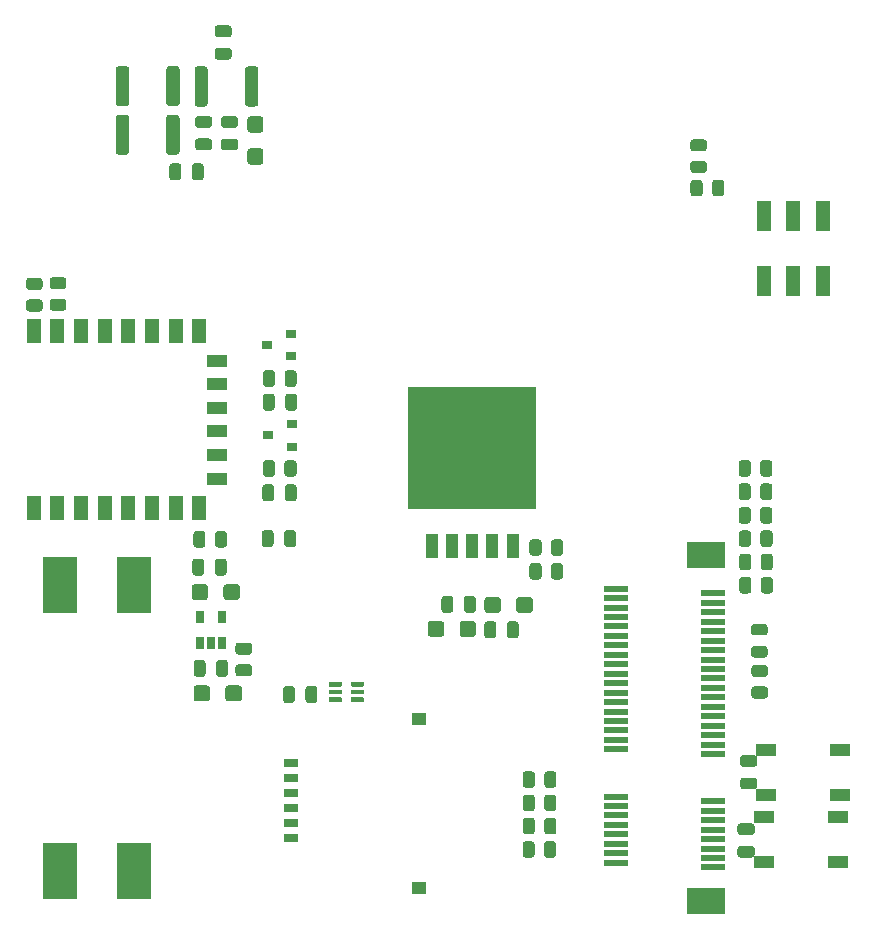
<source format=gbr>
%TF.GenerationSoftware,KiCad,Pcbnew,(5.1.9)-1*%
%TF.CreationDate,2021-11-29T10:56:02+07:00*%
%TF.ProjectId,Hackathon_PCB,4861636b-6174-4686-9f6e-5f5043422e6b,rev?*%
%TF.SameCoordinates,Original*%
%TF.FileFunction,Paste,Top*%
%TF.FilePolarity,Positive*%
%FSLAX46Y46*%
G04 Gerber Fmt 4.6, Leading zero omitted, Abs format (unit mm)*
G04 Created by KiCad (PCBNEW (5.1.9)-1) date 2021-11-29 10:56:02*
%MOMM*%
%LPD*%
G01*
G04 APERTURE LIST*
%ADD10R,3.000000X4.800000*%
%ADD11R,3.200000X2.300000*%
%ADD12R,2.000000X0.600000*%
%ADD13R,0.650000X1.060000*%
%ADD14R,0.900000X0.800000*%
%ADD15R,1.700000X1.000000*%
%ADD16R,1.700000X1.100000*%
%ADD17R,1.200000X2.000000*%
%ADD18R,1.066800X2.159000*%
%ADD19R,10.800000X10.410000*%
%ADD20R,1.250000X0.750000*%
%ADD21R,1.200000X1.000000*%
%ADD22R,1.200000X2.500000*%
G04 APERTURE END LIST*
D10*
%TO.C,J9*%
X78944000Y-106510500D03*
X72644000Y-82310500D03*
X78944000Y-82310500D03*
X72644000Y-106510500D03*
D11*
X127300000Y-109070000D03*
X127300000Y-79770000D03*
D12*
X127900000Y-106220000D03*
X119700000Y-105820000D03*
X127900000Y-105420000D03*
X119700000Y-105020000D03*
X127900000Y-104620000D03*
X119700000Y-104220000D03*
X127900000Y-103820000D03*
X119700000Y-103420000D03*
X127900000Y-103020000D03*
X119700000Y-102620000D03*
X127900000Y-102220000D03*
X119700000Y-101820000D03*
X127900000Y-101420000D03*
X119700000Y-101020000D03*
X127900000Y-100620000D03*
X119700000Y-100220000D03*
X127900000Y-96620000D03*
X119700000Y-96220000D03*
X127900000Y-95820000D03*
X119700000Y-95420000D03*
X127900000Y-95020000D03*
X119700000Y-94620000D03*
X127900000Y-94220000D03*
X119700000Y-93820000D03*
X127900000Y-93420000D03*
X119700000Y-93020000D03*
X127900000Y-92620000D03*
X119700000Y-92220000D03*
X127900000Y-91820000D03*
X119700000Y-91420000D03*
X127900000Y-91020000D03*
X119700000Y-90620000D03*
X127900000Y-90220000D03*
X119700000Y-89820000D03*
X127900000Y-89420000D03*
X119700000Y-89020000D03*
X127900000Y-88620000D03*
X119700000Y-88220000D03*
X127900000Y-87820000D03*
X119700000Y-87420000D03*
X127900000Y-87020000D03*
X119700000Y-86620000D03*
X127900000Y-86220000D03*
X119700000Y-85820000D03*
X127900000Y-85420000D03*
X119700000Y-85020000D03*
X127900000Y-84620000D03*
X119700000Y-84220000D03*
X127900000Y-83820000D03*
X119700000Y-83420000D03*
X127900000Y-83020000D03*
X119700000Y-82620000D03*
%TD*%
%TO.C,C1*%
G36*
G01*
X89820000Y-67295000D02*
X89820000Y-66345000D01*
G75*
G02*
X90070000Y-66095000I250000J0D01*
G01*
X90570000Y-66095000D01*
G75*
G02*
X90820000Y-66345000I0J-250000D01*
G01*
X90820000Y-67295000D01*
G75*
G02*
X90570000Y-67545000I-250000J0D01*
G01*
X90070000Y-67545000D01*
G75*
G02*
X89820000Y-67295000I0J250000D01*
G01*
G37*
G36*
G01*
X91720000Y-67295000D02*
X91720000Y-66345000D01*
G75*
G02*
X91970000Y-66095000I250000J0D01*
G01*
X92470000Y-66095000D01*
G75*
G02*
X92720000Y-66345000I0J-250000D01*
G01*
X92720000Y-67295000D01*
G75*
G02*
X92470000Y-67545000I-250000J0D01*
G01*
X91970000Y-67545000D01*
G75*
G02*
X91720000Y-67295000I0J250000D01*
G01*
G37*
%TD*%
%TO.C,C2*%
G36*
G01*
X89730000Y-78855000D02*
X89730000Y-77905000D01*
G75*
G02*
X89980000Y-77655000I250000J0D01*
G01*
X90480000Y-77655000D01*
G75*
G02*
X90730000Y-77905000I0J-250000D01*
G01*
X90730000Y-78855000D01*
G75*
G02*
X90480000Y-79105000I-250000J0D01*
G01*
X89980000Y-79105000D01*
G75*
G02*
X89730000Y-78855000I0J250000D01*
G01*
G37*
G36*
G01*
X91630000Y-78855000D02*
X91630000Y-77905000D01*
G75*
G02*
X91880000Y-77655000I250000J0D01*
G01*
X92380000Y-77655000D01*
G75*
G02*
X92630000Y-77905000I0J-250000D01*
G01*
X92630000Y-78855000D01*
G75*
G02*
X92380000Y-79105000I-250000J0D01*
G01*
X91880000Y-79105000D01*
G75*
G02*
X91630000Y-78855000I0J250000D01*
G01*
G37*
%TD*%
%TO.C,C3*%
G36*
G01*
X83950000Y-91915001D02*
X83950000Y-91064999D01*
G75*
G02*
X84199999Y-90815000I249999J0D01*
G01*
X85100001Y-90815000D01*
G75*
G02*
X85350000Y-91064999I0J-249999D01*
G01*
X85350000Y-91915001D01*
G75*
G02*
X85100001Y-92165000I-249999J0D01*
G01*
X84199999Y-92165000D01*
G75*
G02*
X83950000Y-91915001I0J249999D01*
G01*
G37*
G36*
G01*
X86650000Y-91915001D02*
X86650000Y-91064999D01*
G75*
G02*
X86899999Y-90815000I249999J0D01*
G01*
X87800001Y-90815000D01*
G75*
G02*
X88050000Y-91064999I0J-249999D01*
G01*
X88050000Y-91915001D01*
G75*
G02*
X87800001Y-92165000I-249999J0D01*
G01*
X86899999Y-92165000D01*
G75*
G02*
X86650000Y-91915001I0J249999D01*
G01*
G37*
%TD*%
%TO.C,C4*%
G36*
G01*
X85870000Y-89845000D02*
X85870000Y-88895000D01*
G75*
G02*
X86120000Y-88645000I250000J0D01*
G01*
X86620000Y-88645000D01*
G75*
G02*
X86870000Y-88895000I0J-250000D01*
G01*
X86870000Y-89845000D01*
G75*
G02*
X86620000Y-90095000I-250000J0D01*
G01*
X86120000Y-90095000D01*
G75*
G02*
X85870000Y-89845000I0J250000D01*
G01*
G37*
G36*
G01*
X83970000Y-89845000D02*
X83970000Y-88895000D01*
G75*
G02*
X84220000Y-88645000I250000J0D01*
G01*
X84720000Y-88645000D01*
G75*
G02*
X84970000Y-88895000I0J-250000D01*
G01*
X84970000Y-89845000D01*
G75*
G02*
X84720000Y-90095000I-250000J0D01*
G01*
X84220000Y-90095000D01*
G75*
G02*
X83970000Y-89845000I0J250000D01*
G01*
G37*
%TD*%
%TO.C,C5*%
G36*
G01*
X130255000Y-102490000D02*
X131205000Y-102490000D01*
G75*
G02*
X131455000Y-102740000I0J-250000D01*
G01*
X131455000Y-103240000D01*
G75*
G02*
X131205000Y-103490000I-250000J0D01*
G01*
X130255000Y-103490000D01*
G75*
G02*
X130005000Y-103240000I0J250000D01*
G01*
X130005000Y-102740000D01*
G75*
G02*
X130255000Y-102490000I250000J0D01*
G01*
G37*
G36*
G01*
X130255000Y-104390000D02*
X131205000Y-104390000D01*
G75*
G02*
X131455000Y-104640000I0J-250000D01*
G01*
X131455000Y-105140000D01*
G75*
G02*
X131205000Y-105390000I-250000J0D01*
G01*
X130255000Y-105390000D01*
G75*
G02*
X130005000Y-105140000I0J250000D01*
G01*
X130005000Y-104640000D01*
G75*
G02*
X130255000Y-104390000I250000J0D01*
G01*
G37*
%TD*%
%TO.C,C6*%
G36*
G01*
X130475000Y-98610000D02*
X131425000Y-98610000D01*
G75*
G02*
X131675000Y-98860000I0J-250000D01*
G01*
X131675000Y-99360000D01*
G75*
G02*
X131425000Y-99610000I-250000J0D01*
G01*
X130475000Y-99610000D01*
G75*
G02*
X130225000Y-99360000I0J250000D01*
G01*
X130225000Y-98860000D01*
G75*
G02*
X130475000Y-98610000I250000J0D01*
G01*
G37*
G36*
G01*
X130475000Y-96710000D02*
X131425000Y-96710000D01*
G75*
G02*
X131675000Y-96960000I0J-250000D01*
G01*
X131675000Y-97460000D01*
G75*
G02*
X131425000Y-97710000I-250000J0D01*
G01*
X130475000Y-97710000D01*
G75*
G02*
X130225000Y-97460000I0J250000D01*
G01*
X130225000Y-96960000D01*
G75*
G02*
X130475000Y-96710000I250000J0D01*
G01*
G37*
%TD*%
%TO.C,C7*%
G36*
G01*
X83780000Y-83335001D02*
X83780000Y-82484999D01*
G75*
G02*
X84029999Y-82235000I249999J0D01*
G01*
X84930001Y-82235000D01*
G75*
G02*
X85180000Y-82484999I0J-249999D01*
G01*
X85180000Y-83335001D01*
G75*
G02*
X84930001Y-83585000I-249999J0D01*
G01*
X84029999Y-83585000D01*
G75*
G02*
X83780000Y-83335001I0J249999D01*
G01*
G37*
G36*
G01*
X86480000Y-83335001D02*
X86480000Y-82484999D01*
G75*
G02*
X86729999Y-82235000I249999J0D01*
G01*
X87630001Y-82235000D01*
G75*
G02*
X87880000Y-82484999I0J-249999D01*
G01*
X87880000Y-83335001D01*
G75*
G02*
X87630001Y-83585000I-249999J0D01*
G01*
X86729999Y-83585000D01*
G75*
G02*
X86480000Y-83335001I0J249999D01*
G01*
G37*
%TD*%
%TO.C,C8*%
G36*
G01*
X83850000Y-81265000D02*
X83850000Y-80315000D01*
G75*
G02*
X84100000Y-80065000I250000J0D01*
G01*
X84600000Y-80065000D01*
G75*
G02*
X84850000Y-80315000I0J-250000D01*
G01*
X84850000Y-81265000D01*
G75*
G02*
X84600000Y-81515000I-250000J0D01*
G01*
X84100000Y-81515000D01*
G75*
G02*
X83850000Y-81265000I0J250000D01*
G01*
G37*
G36*
G01*
X85750000Y-81265000D02*
X85750000Y-80315000D01*
G75*
G02*
X86000000Y-80065000I250000J0D01*
G01*
X86500000Y-80065000D01*
G75*
G02*
X86750000Y-80315000I0J-250000D01*
G01*
X86750000Y-81265000D01*
G75*
G02*
X86500000Y-81515000I-250000J0D01*
G01*
X86000000Y-81515000D01*
G75*
G02*
X85750000Y-81265000I0J250000D01*
G01*
G37*
%TD*%
%TO.C,C9*%
G36*
G01*
X91680000Y-74985000D02*
X91680000Y-74035000D01*
G75*
G02*
X91930000Y-73785000I250000J0D01*
G01*
X92430000Y-73785000D01*
G75*
G02*
X92680000Y-74035000I0J-250000D01*
G01*
X92680000Y-74985000D01*
G75*
G02*
X92430000Y-75235000I-250000J0D01*
G01*
X91930000Y-75235000D01*
G75*
G02*
X91680000Y-74985000I0J250000D01*
G01*
G37*
G36*
G01*
X89780000Y-74985000D02*
X89780000Y-74035000D01*
G75*
G02*
X90030000Y-73785000I250000J0D01*
G01*
X90530000Y-73785000D01*
G75*
G02*
X90780000Y-74035000I0J-250000D01*
G01*
X90780000Y-74985000D01*
G75*
G02*
X90530000Y-75235000I-250000J0D01*
G01*
X90030000Y-75235000D01*
G75*
G02*
X89780000Y-74985000I0J250000D01*
G01*
G37*
%TD*%
%TO.C,C10*%
G36*
G01*
X83810000Y-47795000D02*
X83810000Y-46845000D01*
G75*
G02*
X84060000Y-46595000I250000J0D01*
G01*
X84560000Y-46595000D01*
G75*
G02*
X84810000Y-46845000I0J-250000D01*
G01*
X84810000Y-47795000D01*
G75*
G02*
X84560000Y-48045000I-250000J0D01*
G01*
X84060000Y-48045000D01*
G75*
G02*
X83810000Y-47795000I0J250000D01*
G01*
G37*
G36*
G01*
X81910000Y-47795000D02*
X81910000Y-46845000D01*
G75*
G02*
X82160000Y-46595000I250000J0D01*
G01*
X82660000Y-46595000D01*
G75*
G02*
X82910000Y-46845000I0J-250000D01*
G01*
X82910000Y-47795000D01*
G75*
G02*
X82660000Y-48045000I-250000J0D01*
G01*
X82160000Y-48045000D01*
G75*
G02*
X81910000Y-47795000I0J250000D01*
G01*
G37*
%TD*%
%TO.C,C11*%
G36*
G01*
X86935000Y-37830000D02*
X85985000Y-37830000D01*
G75*
G02*
X85735000Y-37580000I0J250000D01*
G01*
X85735000Y-37080000D01*
G75*
G02*
X85985000Y-36830000I250000J0D01*
G01*
X86935000Y-36830000D01*
G75*
G02*
X87185000Y-37080000I0J-250000D01*
G01*
X87185000Y-37580000D01*
G75*
G02*
X86935000Y-37830000I-250000J0D01*
G01*
G37*
G36*
G01*
X86935000Y-35930000D02*
X85985000Y-35930000D01*
G75*
G02*
X85735000Y-35680000I0J250000D01*
G01*
X85735000Y-35180000D01*
G75*
G02*
X85985000Y-34930000I250000J0D01*
G01*
X86935000Y-34930000D01*
G75*
G02*
X87185000Y-35180000I0J-250000D01*
G01*
X87185000Y-35680000D01*
G75*
G02*
X86935000Y-35930000I-250000J0D01*
G01*
G37*
%TD*%
%TO.C,C12*%
G36*
G01*
X88764999Y-45320000D02*
X89615001Y-45320000D01*
G75*
G02*
X89865000Y-45569999I0J-249999D01*
G01*
X89865000Y-46470001D01*
G75*
G02*
X89615001Y-46720000I-249999J0D01*
G01*
X88764999Y-46720000D01*
G75*
G02*
X88515000Y-46470001I0J249999D01*
G01*
X88515000Y-45569999D01*
G75*
G02*
X88764999Y-45320000I249999J0D01*
G01*
G37*
G36*
G01*
X88764999Y-42620000D02*
X89615001Y-42620000D01*
G75*
G02*
X89865000Y-42869999I0J-249999D01*
G01*
X89865000Y-43770001D01*
G75*
G02*
X89615001Y-44020000I-249999J0D01*
G01*
X88764999Y-44020000D01*
G75*
G02*
X88515000Y-43770001I0J249999D01*
G01*
X88515000Y-42869999D01*
G75*
G02*
X88764999Y-42620000I249999J0D01*
G01*
G37*
%TD*%
%TO.C,C13*%
G36*
G01*
X86525000Y-44510000D02*
X87475000Y-44510000D01*
G75*
G02*
X87725000Y-44760000I0J-250000D01*
G01*
X87725000Y-45260000D01*
G75*
G02*
X87475000Y-45510000I-250000J0D01*
G01*
X86525000Y-45510000D01*
G75*
G02*
X86275000Y-45260000I0J250000D01*
G01*
X86275000Y-44760000D01*
G75*
G02*
X86525000Y-44510000I250000J0D01*
G01*
G37*
G36*
G01*
X86525000Y-42610000D02*
X87475000Y-42610000D01*
G75*
G02*
X87725000Y-42860000I0J-250000D01*
G01*
X87725000Y-43360000D01*
G75*
G02*
X87475000Y-43610000I-250000J0D01*
G01*
X86525000Y-43610000D01*
G75*
G02*
X86275000Y-43360000I0J250000D01*
G01*
X86275000Y-42860000D01*
G75*
G02*
X86525000Y-42610000I250000J0D01*
G01*
G37*
%TD*%
%TO.C,C14*%
G36*
G01*
X84325000Y-42600000D02*
X85275000Y-42600000D01*
G75*
G02*
X85525000Y-42850000I0J-250000D01*
G01*
X85525000Y-43350000D01*
G75*
G02*
X85275000Y-43600000I-250000J0D01*
G01*
X84325000Y-43600000D01*
G75*
G02*
X84075000Y-43350000I0J250000D01*
G01*
X84075000Y-42850000D01*
G75*
G02*
X84325000Y-42600000I250000J0D01*
G01*
G37*
G36*
G01*
X84325000Y-44500000D02*
X85275000Y-44500000D01*
G75*
G02*
X85525000Y-44750000I0J-250000D01*
G01*
X85525000Y-45250000D01*
G75*
G02*
X85275000Y-45500000I-250000J0D01*
G01*
X84325000Y-45500000D01*
G75*
G02*
X84075000Y-45250000I0J250000D01*
G01*
X84075000Y-44750000D01*
G75*
G02*
X84325000Y-44500000I250000J0D01*
G01*
G37*
%TD*%
%TO.C,F1*%
G36*
G01*
X77372500Y-41520002D02*
X77372500Y-38619998D01*
G75*
G02*
X77622498Y-38370000I249998J0D01*
G01*
X78247502Y-38370000D01*
G75*
G02*
X78497500Y-38619998I0J-249998D01*
G01*
X78497500Y-41520002D01*
G75*
G02*
X78247502Y-41770000I-249998J0D01*
G01*
X77622498Y-41770000D01*
G75*
G02*
X77372500Y-41520002I0J249998D01*
G01*
G37*
G36*
G01*
X81647500Y-41520002D02*
X81647500Y-38619998D01*
G75*
G02*
X81897498Y-38370000I249998J0D01*
G01*
X82522502Y-38370000D01*
G75*
G02*
X82772500Y-38619998I0J-249998D01*
G01*
X82772500Y-41520002D01*
G75*
G02*
X82522502Y-41770000I-249998J0D01*
G01*
X81897498Y-41770000D01*
G75*
G02*
X81647500Y-41520002I0J249998D01*
G01*
G37*
%TD*%
%TO.C,F2*%
G36*
G01*
X81637500Y-45640002D02*
X81637500Y-42739998D01*
G75*
G02*
X81887498Y-42490000I249998J0D01*
G01*
X82512502Y-42490000D01*
G75*
G02*
X82762500Y-42739998I0J-249998D01*
G01*
X82762500Y-45640002D01*
G75*
G02*
X82512502Y-45890000I-249998J0D01*
G01*
X81887498Y-45890000D01*
G75*
G02*
X81637500Y-45640002I0J249998D01*
G01*
G37*
G36*
G01*
X77362500Y-45640002D02*
X77362500Y-42739998D01*
G75*
G02*
X77612498Y-42490000I249998J0D01*
G01*
X78237502Y-42490000D01*
G75*
G02*
X78487500Y-42739998I0J-249998D01*
G01*
X78487500Y-45640002D01*
G75*
G02*
X78237502Y-45890000I-249998J0D01*
G01*
X77612498Y-45890000D01*
G75*
G02*
X77362500Y-45640002I0J249998D01*
G01*
G37*
%TD*%
%TO.C,F3*%
G36*
G01*
X84032500Y-41550002D02*
X84032500Y-38649998D01*
G75*
G02*
X84282498Y-38400000I249998J0D01*
G01*
X84907502Y-38400000D01*
G75*
G02*
X85157500Y-38649998I0J-249998D01*
G01*
X85157500Y-41550002D01*
G75*
G02*
X84907502Y-41800000I-249998J0D01*
G01*
X84282498Y-41800000D01*
G75*
G02*
X84032500Y-41550002I0J249998D01*
G01*
G37*
G36*
G01*
X88307500Y-41550002D02*
X88307500Y-38649998D01*
G75*
G02*
X88557498Y-38400000I249998J0D01*
G01*
X89182502Y-38400000D01*
G75*
G02*
X89432500Y-38649998I0J-249998D01*
G01*
X89432500Y-41550002D01*
G75*
G02*
X89182502Y-41800000I-249998J0D01*
G01*
X88557498Y-41800000D01*
G75*
G02*
X88307500Y-41550002I0J249998D01*
G01*
G37*
%TD*%
D13*
%TO.C,IC1*%
X84490000Y-87220000D03*
X85440000Y-87220000D03*
X86390000Y-87220000D03*
X86390000Y-85020000D03*
X84490000Y-85020000D03*
%TD*%
D14*
%TO.C,Q1*%
X90260000Y-69640000D03*
X92260000Y-68690000D03*
X92260000Y-70590000D03*
%TD*%
%TO.C,Q2*%
X92210000Y-62940000D03*
X92210000Y-61040000D03*
X90210000Y-61990000D03*
%TD*%
%TO.C,R1*%
G36*
G01*
X91650000Y-72900002D02*
X91650000Y-71999998D01*
G75*
G02*
X91899998Y-71750000I249998J0D01*
G01*
X92425002Y-71750000D01*
G75*
G02*
X92675000Y-71999998I0J-249998D01*
G01*
X92675000Y-72900002D01*
G75*
G02*
X92425002Y-73150000I-249998J0D01*
G01*
X91899998Y-73150000D01*
G75*
G02*
X91650000Y-72900002I0J249998D01*
G01*
G37*
G36*
G01*
X89825000Y-72900002D02*
X89825000Y-71999998D01*
G75*
G02*
X90074998Y-71750000I249998J0D01*
G01*
X90600002Y-71750000D01*
G75*
G02*
X90850000Y-71999998I0J-249998D01*
G01*
X90850000Y-72900002D01*
G75*
G02*
X90600002Y-73150000I-249998J0D01*
G01*
X90074998Y-73150000D01*
G75*
G02*
X89825000Y-72900002I0J249998D01*
G01*
G37*
%TD*%
%TO.C,R2*%
G36*
G01*
X89832500Y-65280002D02*
X89832500Y-64379998D01*
G75*
G02*
X90082498Y-64130000I249998J0D01*
G01*
X90607502Y-64130000D01*
G75*
G02*
X90857500Y-64379998I0J-249998D01*
G01*
X90857500Y-65280002D01*
G75*
G02*
X90607502Y-65530000I-249998J0D01*
G01*
X90082498Y-65530000D01*
G75*
G02*
X89832500Y-65280002I0J249998D01*
G01*
G37*
G36*
G01*
X91657500Y-65280002D02*
X91657500Y-64379998D01*
G75*
G02*
X91907498Y-64130000I249998J0D01*
G01*
X92432502Y-64130000D01*
G75*
G02*
X92682500Y-64379998I0J-249998D01*
G01*
X92682500Y-65280002D01*
G75*
G02*
X92432502Y-65530000I-249998J0D01*
G01*
X91907498Y-65530000D01*
G75*
G02*
X91657500Y-65280002I0J249998D01*
G01*
G37*
%TD*%
%TO.C,R3*%
G36*
G01*
X86787500Y-77989998D02*
X86787500Y-78890002D01*
G75*
G02*
X86537502Y-79140000I-249998J0D01*
G01*
X86012498Y-79140000D01*
G75*
G02*
X85762500Y-78890002I0J249998D01*
G01*
X85762500Y-77989998D01*
G75*
G02*
X86012498Y-77740000I249998J0D01*
G01*
X86537502Y-77740000D01*
G75*
G02*
X86787500Y-77989998I0J-249998D01*
G01*
G37*
G36*
G01*
X84962500Y-77989998D02*
X84962500Y-78890002D01*
G75*
G02*
X84712502Y-79140000I-249998J0D01*
G01*
X84187498Y-79140000D01*
G75*
G02*
X83937500Y-78890002I0J249998D01*
G01*
X83937500Y-77989998D01*
G75*
G02*
X84187498Y-77740000I249998J0D01*
G01*
X84712502Y-77740000D01*
G75*
G02*
X84962500Y-77989998I0J-249998D01*
G01*
G37*
%TD*%
%TO.C,R4*%
G36*
G01*
X87749998Y-89017500D02*
X88650002Y-89017500D01*
G75*
G02*
X88900000Y-89267498I0J-249998D01*
G01*
X88900000Y-89792502D01*
G75*
G02*
X88650002Y-90042500I-249998J0D01*
G01*
X87749998Y-90042500D01*
G75*
G02*
X87500000Y-89792502I0J249998D01*
G01*
X87500000Y-89267498D01*
G75*
G02*
X87749998Y-89017500I249998J0D01*
G01*
G37*
G36*
G01*
X87749998Y-87192500D02*
X88650002Y-87192500D01*
G75*
G02*
X88900000Y-87442498I0J-249998D01*
G01*
X88900000Y-87967502D01*
G75*
G02*
X88650002Y-88217500I-249998J0D01*
G01*
X87749998Y-88217500D01*
G75*
G02*
X87500000Y-87967502I0J249998D01*
G01*
X87500000Y-87442498D01*
G75*
G02*
X87749998Y-87192500I249998J0D01*
G01*
G37*
%TD*%
%TO.C,R5*%
G36*
G01*
X70920002Y-57327500D02*
X70019998Y-57327500D01*
G75*
G02*
X69770000Y-57077502I0J249998D01*
G01*
X69770000Y-56552498D01*
G75*
G02*
X70019998Y-56302500I249998J0D01*
G01*
X70920002Y-56302500D01*
G75*
G02*
X71170000Y-56552498I0J-249998D01*
G01*
X71170000Y-57077502D01*
G75*
G02*
X70920002Y-57327500I-249998J0D01*
G01*
G37*
G36*
G01*
X70920002Y-59152500D02*
X70019998Y-59152500D01*
G75*
G02*
X69770000Y-58902502I0J249998D01*
G01*
X69770000Y-58377498D01*
G75*
G02*
X70019998Y-58127500I249998J0D01*
G01*
X70920002Y-58127500D01*
G75*
G02*
X71170000Y-58377498I0J-249998D01*
G01*
X71170000Y-58902502D01*
G75*
G02*
X70920002Y-59152500I-249998J0D01*
G01*
G37*
%TD*%
%TO.C,R6*%
G36*
G01*
X72019998Y-56237500D02*
X72920002Y-56237500D01*
G75*
G02*
X73170000Y-56487498I0J-249998D01*
G01*
X73170000Y-57012502D01*
G75*
G02*
X72920002Y-57262500I-249998J0D01*
G01*
X72019998Y-57262500D01*
G75*
G02*
X71770000Y-57012502I0J249998D01*
G01*
X71770000Y-56487498D01*
G75*
G02*
X72019998Y-56237500I249998J0D01*
G01*
G37*
G36*
G01*
X72019998Y-58062500D02*
X72920002Y-58062500D01*
G75*
G02*
X73170000Y-58312498I0J-249998D01*
G01*
X73170000Y-58837502D01*
G75*
G02*
X72920002Y-59087500I-249998J0D01*
G01*
X72019998Y-59087500D01*
G75*
G02*
X71770000Y-58837502I0J249998D01*
G01*
X71770000Y-58312498D01*
G75*
G02*
X72019998Y-58062500I249998J0D01*
G01*
G37*
%TD*%
D15*
%TO.C,S1*%
X132250000Y-101990000D03*
X138550000Y-101990000D03*
X138550000Y-105790000D03*
X132250000Y-105790000D03*
%TD*%
%TO.C,S2*%
X132400000Y-100120000D03*
X138700000Y-100120000D03*
X138700000Y-96320000D03*
X132400000Y-96320000D03*
%TD*%
D16*
%TO.C,U1*%
X85930000Y-63310000D03*
X85930000Y-65310000D03*
X85930000Y-67310000D03*
X85930000Y-69310000D03*
X85930000Y-71310000D03*
X85930000Y-73310000D03*
D17*
X70430000Y-60810000D03*
X72430000Y-60810000D03*
X74430000Y-60810000D03*
X76430000Y-60810000D03*
X78430000Y-60810000D03*
X80430000Y-60810000D03*
X82430000Y-60810000D03*
X84430000Y-60810000D03*
X84430000Y-75810000D03*
X82430000Y-75810000D03*
X80430000Y-75810000D03*
X78430000Y-75810000D03*
X76430000Y-75810000D03*
X74430000Y-75810000D03*
X72430000Y-75810000D03*
X70430000Y-75810000D03*
%TD*%
%TO.C,C15*%
G36*
G01*
X94420000Y-91105000D02*
X94420000Y-92055000D01*
G75*
G02*
X94170000Y-92305000I-250000J0D01*
G01*
X93670000Y-92305000D01*
G75*
G02*
X93420000Y-92055000I0J250000D01*
G01*
X93420000Y-91105000D01*
G75*
G02*
X93670000Y-90855000I250000J0D01*
G01*
X94170000Y-90855000D01*
G75*
G02*
X94420000Y-91105000I0J-250000D01*
G01*
G37*
G36*
G01*
X92520000Y-91105000D02*
X92520000Y-92055000D01*
G75*
G02*
X92270000Y-92305000I-250000J0D01*
G01*
X91770000Y-92305000D01*
G75*
G02*
X91520000Y-92055000I0J250000D01*
G01*
X91520000Y-91105000D01*
G75*
G02*
X91770000Y-90855000I250000J0D01*
G01*
X92270000Y-90855000D01*
G75*
G02*
X92520000Y-91105000I0J-250000D01*
G01*
G37*
%TD*%
%TO.C,C16*%
G36*
G01*
X103770000Y-86455001D02*
X103770000Y-85604999D01*
G75*
G02*
X104019999Y-85355000I249999J0D01*
G01*
X104920001Y-85355000D01*
G75*
G02*
X105170000Y-85604999I0J-249999D01*
G01*
X105170000Y-86455001D01*
G75*
G02*
X104920001Y-86705000I-249999J0D01*
G01*
X104019999Y-86705000D01*
G75*
G02*
X103770000Y-86455001I0J249999D01*
G01*
G37*
G36*
G01*
X106470000Y-86455001D02*
X106470000Y-85604999D01*
G75*
G02*
X106719999Y-85355000I249999J0D01*
G01*
X107620001Y-85355000D01*
G75*
G02*
X107870000Y-85604999I0J-249999D01*
G01*
X107870000Y-86455001D01*
G75*
G02*
X107620001Y-86705000I-249999J0D01*
G01*
X106719999Y-86705000D01*
G75*
G02*
X106470000Y-86455001I0J249999D01*
G01*
G37*
%TD*%
%TO.C,C17*%
G36*
G01*
X106840000Y-84425000D02*
X106840000Y-83475000D01*
G75*
G02*
X107090000Y-83225000I250000J0D01*
G01*
X107590000Y-83225000D01*
G75*
G02*
X107840000Y-83475000I0J-250000D01*
G01*
X107840000Y-84425000D01*
G75*
G02*
X107590000Y-84675000I-250000J0D01*
G01*
X107090000Y-84675000D01*
G75*
G02*
X106840000Y-84425000I0J250000D01*
G01*
G37*
G36*
G01*
X104940000Y-84425000D02*
X104940000Y-83475000D01*
G75*
G02*
X105190000Y-83225000I250000J0D01*
G01*
X105690000Y-83225000D01*
G75*
G02*
X105940000Y-83475000I0J-250000D01*
G01*
X105940000Y-84425000D01*
G75*
G02*
X105690000Y-84675000I-250000J0D01*
G01*
X105190000Y-84675000D01*
G75*
G02*
X104940000Y-84425000I0J250000D01*
G01*
G37*
%TD*%
%TO.C,C18*%
G36*
G01*
X111270000Y-84425001D02*
X111270000Y-83574999D01*
G75*
G02*
X111519999Y-83325000I249999J0D01*
G01*
X112420001Y-83325000D01*
G75*
G02*
X112670000Y-83574999I0J-249999D01*
G01*
X112670000Y-84425001D01*
G75*
G02*
X112420001Y-84675000I-249999J0D01*
G01*
X111519999Y-84675000D01*
G75*
G02*
X111270000Y-84425001I0J249999D01*
G01*
G37*
G36*
G01*
X108570000Y-84425001D02*
X108570000Y-83574999D01*
G75*
G02*
X108819999Y-83325000I249999J0D01*
G01*
X109720001Y-83325000D01*
G75*
G02*
X109970000Y-83574999I0J-249999D01*
G01*
X109970000Y-84425001D01*
G75*
G02*
X109720001Y-84675000I-249999J0D01*
G01*
X108819999Y-84675000D01*
G75*
G02*
X108570000Y-84425001I0J249999D01*
G01*
G37*
%TD*%
%TO.C,C19*%
G36*
G01*
X108580000Y-86575000D02*
X108580000Y-85625000D01*
G75*
G02*
X108830000Y-85375000I250000J0D01*
G01*
X109330000Y-85375000D01*
G75*
G02*
X109580000Y-85625000I0J-250000D01*
G01*
X109580000Y-86575000D01*
G75*
G02*
X109330000Y-86825000I-250000J0D01*
G01*
X108830000Y-86825000D01*
G75*
G02*
X108580000Y-86575000I0J250000D01*
G01*
G37*
G36*
G01*
X110480000Y-86575000D02*
X110480000Y-85625000D01*
G75*
G02*
X110730000Y-85375000I250000J0D01*
G01*
X111230000Y-85375000D01*
G75*
G02*
X111480000Y-85625000I0J-250000D01*
G01*
X111480000Y-86575000D01*
G75*
G02*
X111230000Y-86825000I-250000J0D01*
G01*
X110730000Y-86825000D01*
G75*
G02*
X110480000Y-86575000I0J250000D01*
G01*
G37*
%TD*%
%TO.C,D1*%
G36*
G01*
X131393750Y-85607500D02*
X132306250Y-85607500D01*
G75*
G02*
X132550000Y-85851250I0J-243750D01*
G01*
X132550000Y-86338750D01*
G75*
G02*
X132306250Y-86582500I-243750J0D01*
G01*
X131393750Y-86582500D01*
G75*
G02*
X131150000Y-86338750I0J243750D01*
G01*
X131150000Y-85851250D01*
G75*
G02*
X131393750Y-85607500I243750J0D01*
G01*
G37*
G36*
G01*
X131393750Y-87482500D02*
X132306250Y-87482500D01*
G75*
G02*
X132550000Y-87726250I0J-243750D01*
G01*
X132550000Y-88213750D01*
G75*
G02*
X132306250Y-88457500I-243750J0D01*
G01*
X131393750Y-88457500D01*
G75*
G02*
X131150000Y-88213750I0J243750D01*
G01*
X131150000Y-87726250D01*
G75*
G02*
X131393750Y-87482500I243750J0D01*
G01*
G37*
%TD*%
D18*
%TO.C,IC2*%
X110963600Y-79041200D03*
X109261800Y-79041200D03*
X107560000Y-79041200D03*
X105858200Y-79041200D03*
X104156400Y-79041200D03*
D19*
X107560000Y-70710000D03*
%TD*%
D20*
%TO.C,J10*%
X92190000Y-102440000D03*
X92190000Y-99900000D03*
X92190000Y-97360000D03*
X92190000Y-103710000D03*
X92190000Y-101170000D03*
X92190000Y-98630000D03*
D21*
X103015000Y-107940000D03*
X103015000Y-93640000D03*
%TD*%
%TO.C,R7*%
G36*
G01*
X130102500Y-74860002D02*
X130102500Y-73959998D01*
G75*
G02*
X130352498Y-73710000I249998J0D01*
G01*
X130877502Y-73710000D01*
G75*
G02*
X131127500Y-73959998I0J-249998D01*
G01*
X131127500Y-74860002D01*
G75*
G02*
X130877502Y-75110000I-249998J0D01*
G01*
X130352498Y-75110000D01*
G75*
G02*
X130102500Y-74860002I0J249998D01*
G01*
G37*
G36*
G01*
X131927500Y-74860002D02*
X131927500Y-73959998D01*
G75*
G02*
X132177498Y-73710000I249998J0D01*
G01*
X132702502Y-73710000D01*
G75*
G02*
X132952500Y-73959998I0J-249998D01*
G01*
X132952500Y-74860002D01*
G75*
G02*
X132702502Y-75110000I-249998J0D01*
G01*
X132177498Y-75110000D01*
G75*
G02*
X131927500Y-74860002I0J249998D01*
G01*
G37*
%TD*%
%TO.C,R8*%
G36*
G01*
X131967500Y-80810002D02*
X131967500Y-79909998D01*
G75*
G02*
X132217498Y-79660000I249998J0D01*
G01*
X132742502Y-79660000D01*
G75*
G02*
X132992500Y-79909998I0J-249998D01*
G01*
X132992500Y-80810002D01*
G75*
G02*
X132742502Y-81060000I-249998J0D01*
G01*
X132217498Y-81060000D01*
G75*
G02*
X131967500Y-80810002I0J249998D01*
G01*
G37*
G36*
G01*
X130142500Y-80810002D02*
X130142500Y-79909998D01*
G75*
G02*
X130392498Y-79660000I249998J0D01*
G01*
X130917502Y-79660000D01*
G75*
G02*
X131167500Y-79909998I0J-249998D01*
G01*
X131167500Y-80810002D01*
G75*
G02*
X130917502Y-81060000I-249998J0D01*
G01*
X130392498Y-81060000D01*
G75*
G02*
X130142500Y-80810002I0J249998D01*
G01*
G37*
%TD*%
%TO.C,R9*%
G36*
G01*
X130152500Y-82780002D02*
X130152500Y-81879998D01*
G75*
G02*
X130402498Y-81630000I249998J0D01*
G01*
X130927502Y-81630000D01*
G75*
G02*
X131177500Y-81879998I0J-249998D01*
G01*
X131177500Y-82780002D01*
G75*
G02*
X130927502Y-83030000I-249998J0D01*
G01*
X130402498Y-83030000D01*
G75*
G02*
X130152500Y-82780002I0J249998D01*
G01*
G37*
G36*
G01*
X131977500Y-82780002D02*
X131977500Y-81879998D01*
G75*
G02*
X132227498Y-81630000I249998J0D01*
G01*
X132752502Y-81630000D01*
G75*
G02*
X133002500Y-81879998I0J-249998D01*
G01*
X133002500Y-82780002D01*
G75*
G02*
X132752502Y-83030000I-249998J0D01*
G01*
X132227498Y-83030000D01*
G75*
G02*
X131977500Y-82780002I0J249998D01*
G01*
G37*
%TD*%
%TO.C,R10*%
G36*
G01*
X131132500Y-75959998D02*
X131132500Y-76860002D01*
G75*
G02*
X130882502Y-77110000I-249998J0D01*
G01*
X130357498Y-77110000D01*
G75*
G02*
X130107500Y-76860002I0J249998D01*
G01*
X130107500Y-75959998D01*
G75*
G02*
X130357498Y-75710000I249998J0D01*
G01*
X130882502Y-75710000D01*
G75*
G02*
X131132500Y-75959998I0J-249998D01*
G01*
G37*
G36*
G01*
X132957500Y-75959998D02*
X132957500Y-76860002D01*
G75*
G02*
X132707502Y-77110000I-249998J0D01*
G01*
X132182498Y-77110000D01*
G75*
G02*
X131932500Y-76860002I0J249998D01*
G01*
X131932500Y-75959998D01*
G75*
G02*
X132182498Y-75710000I249998J0D01*
G01*
X132707502Y-75710000D01*
G75*
G02*
X132957500Y-75959998I0J-249998D01*
G01*
G37*
%TD*%
%TO.C,R11*%
G36*
G01*
X132972500Y-77939998D02*
X132972500Y-78840002D01*
G75*
G02*
X132722502Y-79090000I-249998J0D01*
G01*
X132197498Y-79090000D01*
G75*
G02*
X131947500Y-78840002I0J249998D01*
G01*
X131947500Y-77939998D01*
G75*
G02*
X132197498Y-77690000I249998J0D01*
G01*
X132722502Y-77690000D01*
G75*
G02*
X132972500Y-77939998I0J-249998D01*
G01*
G37*
G36*
G01*
X131147500Y-77939998D02*
X131147500Y-78840002D01*
G75*
G02*
X130897502Y-79090000I-249998J0D01*
G01*
X130372498Y-79090000D01*
G75*
G02*
X130122500Y-78840002I0J249998D01*
G01*
X130122500Y-77939998D01*
G75*
G02*
X130372498Y-77690000I249998J0D01*
G01*
X130897502Y-77690000D01*
G75*
G02*
X131147500Y-77939998I0J-249998D01*
G01*
G37*
%TD*%
%TO.C,R12*%
G36*
G01*
X131429998Y-90897500D02*
X132330002Y-90897500D01*
G75*
G02*
X132580000Y-91147498I0J-249998D01*
G01*
X132580000Y-91672502D01*
G75*
G02*
X132330002Y-91922500I-249998J0D01*
G01*
X131429998Y-91922500D01*
G75*
G02*
X131180000Y-91672502I0J249998D01*
G01*
X131180000Y-91147498D01*
G75*
G02*
X131429998Y-90897500I249998J0D01*
G01*
G37*
G36*
G01*
X131429998Y-89072500D02*
X132330002Y-89072500D01*
G75*
G02*
X132580000Y-89322498I0J-249998D01*
G01*
X132580000Y-89847502D01*
G75*
G02*
X132330002Y-90097500I-249998J0D01*
G01*
X131429998Y-90097500D01*
G75*
G02*
X131180000Y-89847502I0J249998D01*
G01*
X131180000Y-89322498D01*
G75*
G02*
X131429998Y-89072500I249998J0D01*
G01*
G37*
%TD*%
%TO.C,R13*%
G36*
G01*
X113647500Y-99230002D02*
X113647500Y-98329998D01*
G75*
G02*
X113897498Y-98080000I249998J0D01*
G01*
X114422502Y-98080000D01*
G75*
G02*
X114672500Y-98329998I0J-249998D01*
G01*
X114672500Y-99230002D01*
G75*
G02*
X114422502Y-99480000I-249998J0D01*
G01*
X113897498Y-99480000D01*
G75*
G02*
X113647500Y-99230002I0J249998D01*
G01*
G37*
G36*
G01*
X111822500Y-99230002D02*
X111822500Y-98329998D01*
G75*
G02*
X112072498Y-98080000I249998J0D01*
G01*
X112597502Y-98080000D01*
G75*
G02*
X112847500Y-98329998I0J-249998D01*
G01*
X112847500Y-99230002D01*
G75*
G02*
X112597502Y-99480000I-249998J0D01*
G01*
X112072498Y-99480000D01*
G75*
G02*
X111822500Y-99230002I0J249998D01*
G01*
G37*
%TD*%
%TO.C,R14*%
G36*
G01*
X111822500Y-103170002D02*
X111822500Y-102269998D01*
G75*
G02*
X112072498Y-102020000I249998J0D01*
G01*
X112597502Y-102020000D01*
G75*
G02*
X112847500Y-102269998I0J-249998D01*
G01*
X112847500Y-103170002D01*
G75*
G02*
X112597502Y-103420000I-249998J0D01*
G01*
X112072498Y-103420000D01*
G75*
G02*
X111822500Y-103170002I0J249998D01*
G01*
G37*
G36*
G01*
X113647500Y-103170002D02*
X113647500Y-102269998D01*
G75*
G02*
X113897498Y-102020000I249998J0D01*
G01*
X114422502Y-102020000D01*
G75*
G02*
X114672500Y-102269998I0J-249998D01*
G01*
X114672500Y-103170002D01*
G75*
G02*
X114422502Y-103420000I-249998J0D01*
G01*
X113897498Y-103420000D01*
G75*
G02*
X113647500Y-103170002I0J249998D01*
G01*
G37*
%TD*%
%TO.C,R15*%
G36*
G01*
X111822500Y-101210002D02*
X111822500Y-100309998D01*
G75*
G02*
X112072498Y-100060000I249998J0D01*
G01*
X112597502Y-100060000D01*
G75*
G02*
X112847500Y-100309998I0J-249998D01*
G01*
X112847500Y-101210002D01*
G75*
G02*
X112597502Y-101460000I-249998J0D01*
G01*
X112072498Y-101460000D01*
G75*
G02*
X111822500Y-101210002I0J249998D01*
G01*
G37*
G36*
G01*
X113647500Y-101210002D02*
X113647500Y-100309998D01*
G75*
G02*
X113897498Y-100060000I249998J0D01*
G01*
X114422502Y-100060000D01*
G75*
G02*
X114672500Y-100309998I0J-249998D01*
G01*
X114672500Y-101210002D01*
G75*
G02*
X114422502Y-101460000I-249998J0D01*
G01*
X113897498Y-101460000D01*
G75*
G02*
X113647500Y-101210002I0J249998D01*
G01*
G37*
%TD*%
%TO.C,R16*%
G36*
G01*
X111802500Y-105150002D02*
X111802500Y-104249998D01*
G75*
G02*
X112052498Y-104000000I249998J0D01*
G01*
X112577502Y-104000000D01*
G75*
G02*
X112827500Y-104249998I0J-249998D01*
G01*
X112827500Y-105150002D01*
G75*
G02*
X112577502Y-105400000I-249998J0D01*
G01*
X112052498Y-105400000D01*
G75*
G02*
X111802500Y-105150002I0J249998D01*
G01*
G37*
G36*
G01*
X113627500Y-105150002D02*
X113627500Y-104249998D01*
G75*
G02*
X113877498Y-104000000I249998J0D01*
G01*
X114402502Y-104000000D01*
G75*
G02*
X114652500Y-104249998I0J-249998D01*
G01*
X114652500Y-105150002D01*
G75*
G02*
X114402502Y-105400000I-249998J0D01*
G01*
X113877498Y-105400000D01*
G75*
G02*
X113627500Y-105150002I0J249998D01*
G01*
G37*
%TD*%
%TO.C,R17*%
G36*
G01*
X131127500Y-71979998D02*
X131127500Y-72880002D01*
G75*
G02*
X130877502Y-73130000I-249998J0D01*
G01*
X130352498Y-73130000D01*
G75*
G02*
X130102500Y-72880002I0J249998D01*
G01*
X130102500Y-71979998D01*
G75*
G02*
X130352498Y-71730000I249998J0D01*
G01*
X130877502Y-71730000D01*
G75*
G02*
X131127500Y-71979998I0J-249998D01*
G01*
G37*
G36*
G01*
X132952500Y-71979998D02*
X132952500Y-72880002D01*
G75*
G02*
X132702502Y-73130000I-249998J0D01*
G01*
X132177498Y-73130000D01*
G75*
G02*
X131927500Y-72880002I0J249998D01*
G01*
X131927500Y-71979998D01*
G75*
G02*
X132177498Y-71730000I249998J0D01*
G01*
X132702502Y-71730000D01*
G75*
G02*
X132952500Y-71979998I0J-249998D01*
G01*
G37*
%TD*%
%TO.C,R18*%
G36*
G01*
X114217500Y-79590002D02*
X114217500Y-78689998D01*
G75*
G02*
X114467498Y-78440000I249998J0D01*
G01*
X114992502Y-78440000D01*
G75*
G02*
X115242500Y-78689998I0J-249998D01*
G01*
X115242500Y-79590002D01*
G75*
G02*
X114992502Y-79840000I-249998J0D01*
G01*
X114467498Y-79840000D01*
G75*
G02*
X114217500Y-79590002I0J249998D01*
G01*
G37*
G36*
G01*
X112392500Y-79590002D02*
X112392500Y-78689998D01*
G75*
G02*
X112642498Y-78440000I249998J0D01*
G01*
X113167502Y-78440000D01*
G75*
G02*
X113417500Y-78689998I0J-249998D01*
G01*
X113417500Y-79590002D01*
G75*
G02*
X113167502Y-79840000I-249998J0D01*
G01*
X112642498Y-79840000D01*
G75*
G02*
X112392500Y-79590002I0J249998D01*
G01*
G37*
%TD*%
%TO.C,R19*%
G36*
G01*
X115237500Y-80699998D02*
X115237500Y-81600002D01*
G75*
G02*
X114987502Y-81850000I-249998J0D01*
G01*
X114462498Y-81850000D01*
G75*
G02*
X114212500Y-81600002I0J249998D01*
G01*
X114212500Y-80699998D01*
G75*
G02*
X114462498Y-80450000I249998J0D01*
G01*
X114987502Y-80450000D01*
G75*
G02*
X115237500Y-80699998I0J-249998D01*
G01*
G37*
G36*
G01*
X113412500Y-80699998D02*
X113412500Y-81600002D01*
G75*
G02*
X113162502Y-81850000I-249998J0D01*
G01*
X112637498Y-81850000D01*
G75*
G02*
X112387500Y-81600002I0J249998D01*
G01*
X112387500Y-80699998D01*
G75*
G02*
X112637498Y-80450000I249998J0D01*
G01*
X113162502Y-80450000D01*
G75*
G02*
X113412500Y-80699998I0J-249998D01*
G01*
G37*
%TD*%
%TO.C,U4*%
G36*
G01*
X97295000Y-90866000D02*
X97295000Y-90554000D01*
G75*
G02*
X97334000Y-90515000I39000J0D01*
G01*
X98316000Y-90515000D01*
G75*
G02*
X98355000Y-90554000I0J-39000D01*
G01*
X98355000Y-90866000D01*
G75*
G02*
X98316000Y-90905000I-39000J0D01*
G01*
X97334000Y-90905000D01*
G75*
G02*
X97295000Y-90866000I0J39000D01*
G01*
G37*
G36*
G01*
X97295000Y-91516000D02*
X97295000Y-91204000D01*
G75*
G02*
X97334000Y-91165000I39000J0D01*
G01*
X98316000Y-91165000D01*
G75*
G02*
X98355000Y-91204000I0J-39000D01*
G01*
X98355000Y-91516000D01*
G75*
G02*
X98316000Y-91555000I-39000J0D01*
G01*
X97334000Y-91555000D01*
G75*
G02*
X97295000Y-91516000I0J39000D01*
G01*
G37*
G36*
G01*
X97295000Y-92166000D02*
X97295000Y-91854000D01*
G75*
G02*
X97334000Y-91815000I39000J0D01*
G01*
X98316000Y-91815000D01*
G75*
G02*
X98355000Y-91854000I0J-39000D01*
G01*
X98355000Y-92166000D01*
G75*
G02*
X98316000Y-92205000I-39000J0D01*
G01*
X97334000Y-92205000D01*
G75*
G02*
X97295000Y-92166000I0J39000D01*
G01*
G37*
G36*
G01*
X95425000Y-92166000D02*
X95425000Y-91854000D01*
G75*
G02*
X95464000Y-91815000I39000J0D01*
G01*
X96446000Y-91815000D01*
G75*
G02*
X96485000Y-91854000I0J-39000D01*
G01*
X96485000Y-92166000D01*
G75*
G02*
X96446000Y-92205000I-39000J0D01*
G01*
X95464000Y-92205000D01*
G75*
G02*
X95425000Y-92166000I0J39000D01*
G01*
G37*
G36*
G01*
X95425000Y-91516000D02*
X95425000Y-91204000D01*
G75*
G02*
X95464000Y-91165000I39000J0D01*
G01*
X96446000Y-91165000D01*
G75*
G02*
X96485000Y-91204000I0J-39000D01*
G01*
X96485000Y-91516000D01*
G75*
G02*
X96446000Y-91555000I-39000J0D01*
G01*
X95464000Y-91555000D01*
G75*
G02*
X95425000Y-91516000I0J39000D01*
G01*
G37*
G36*
G01*
X95425000Y-90866000D02*
X95425000Y-90554000D01*
G75*
G02*
X95464000Y-90515000I39000J0D01*
G01*
X96446000Y-90515000D01*
G75*
G02*
X96485000Y-90554000I0J-39000D01*
G01*
X96485000Y-90866000D01*
G75*
G02*
X96446000Y-90905000I-39000J0D01*
G01*
X95464000Y-90905000D01*
G75*
G02*
X95425000Y-90866000I0J39000D01*
G01*
G37*
%TD*%
D22*
%TO.C,S3*%
X132220000Y-56530000D03*
X134720000Y-56530000D03*
X137220000Y-56530000D03*
X132220000Y-51030000D03*
X134720000Y-51030000D03*
X137220000Y-51030000D03*
%TD*%
%TO.C,R20*%
G36*
G01*
X126259999Y-46397500D02*
X127160001Y-46397500D01*
G75*
G02*
X127410000Y-46647499I0J-249999D01*
G01*
X127410000Y-47172501D01*
G75*
G02*
X127160001Y-47422500I-249999J0D01*
G01*
X126259999Y-47422500D01*
G75*
G02*
X126010000Y-47172501I0J249999D01*
G01*
X126010000Y-46647499D01*
G75*
G02*
X126259999Y-46397500I249999J0D01*
G01*
G37*
G36*
G01*
X126259999Y-44572500D02*
X127160001Y-44572500D01*
G75*
G02*
X127410000Y-44822499I0J-249999D01*
G01*
X127410000Y-45347501D01*
G75*
G02*
X127160001Y-45597500I-249999J0D01*
G01*
X126259999Y-45597500D01*
G75*
G02*
X126010000Y-45347501I0J249999D01*
G01*
X126010000Y-44822499D01*
G75*
G02*
X126259999Y-44572500I249999J0D01*
G01*
G37*
%TD*%
%TO.C,R21*%
G36*
G01*
X126025000Y-49150001D02*
X126025000Y-48249999D01*
G75*
G02*
X126274999Y-48000000I249999J0D01*
G01*
X126800001Y-48000000D01*
G75*
G02*
X127050000Y-48249999I0J-249999D01*
G01*
X127050000Y-49150001D01*
G75*
G02*
X126800001Y-49400000I-249999J0D01*
G01*
X126274999Y-49400000D01*
G75*
G02*
X126025000Y-49150001I0J249999D01*
G01*
G37*
G36*
G01*
X127850000Y-49150001D02*
X127850000Y-48249999D01*
G75*
G02*
X128099999Y-48000000I249999J0D01*
G01*
X128625001Y-48000000D01*
G75*
G02*
X128875000Y-48249999I0J-249999D01*
G01*
X128875000Y-49150001D01*
G75*
G02*
X128625001Y-49400000I-249999J0D01*
G01*
X128099999Y-49400000D01*
G75*
G02*
X127850000Y-49150001I0J249999D01*
G01*
G37*
%TD*%
M02*

</source>
